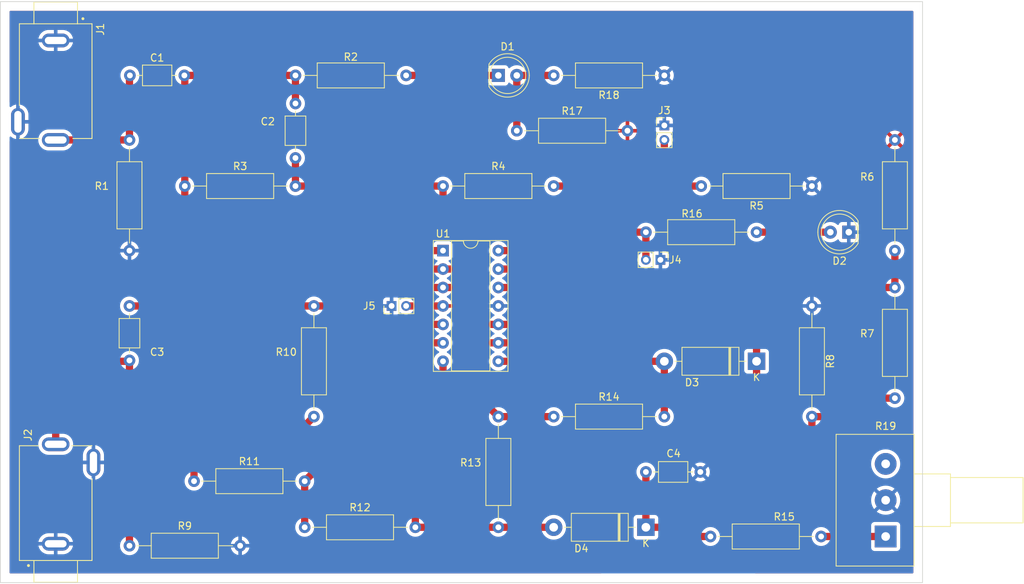
<source format=kicad_pcb>
(kicad_pcb (version 20221018) (generator pcbnew)
  (title_block (title "SDK-85 Cassette Interface") (date "2023-03-31") (company "ForNext"))
  (layers (0 "F.Cu" signal) (31 "B.Cu" signal) (34 "B.Paste" user) (35 "F.Paste" user) (36 "B.SilkS" user "B.Silkscreen") (37 "F.SilkS" user "F.Silkscreen") (38 "B.Mask" user) (39 "F.Mask" user) (44 "Edge.Cuts" user))
  (net 0 "")
  (net 1 "Net-(C1-Pad1)")
  (net 2 "Net-(C1-Pad2)")
  (net 3 "Net-(U1A--)")
  (net 4 "Net-(C3-Pad1)")
  (net 5 "Net-(U1B-+)")
  (net 6 "GND")
  (net 7 "Net-(D3-K)")
  (net 8 "Net-(D1-A)")
  (net 9 "Net-(D2-A)")
  (net 10 "Net-(D3-A)")
  (net 11 "Net-(D4-A)")
  (net 12 "SOD")
  (net 13 "+5V")
  (net 14 "Net-(U1D--)")
  (net 15 "Net-(U1A-+)")
  (net 16 "Net-(U1B--)")
  (net 17 "Net-(U1C--)")
  (net 18 "SID")
  (net 19 "Net-(D1-K)")
  (net 20 "Net-(R15-Pad2)")
  (footprint "Resistor_THT:R_Axial_DIN0309_L9.0mm_D3.2mm_P15.24mm_Horizontal" (layer "F.Cu") (at 113.03 88.9)
    (fp_text reference "R15" (at 10.16 -2.72) (layer "F.SilkS"))
    (fp_text value "1K")
    (fp_line (start 1.04 0) (end 3 0) (stroke (width 0.12)) (layer "F.SilkS"))
    (fp_line (start 3 -1.72) (end 3 1.72) (stroke (width 0.12)) (layer "F.SilkS"))
    (fp_line (start 3 1.72) (end 12.24 1.72) (stroke (width 0.12)) (layer "F.SilkS"))
    (fp_line (start 12.24 -1.72) (end 3 -1.72) (stroke (width 0.12)) (layer "F.SilkS"))
    (fp_line (start 12.24 1.72) (end 12.24 -1.72) (stroke (width 0.12)) (layer "F.SilkS"))
    (fp_line (start 14.2 0) (end 12.24 0) (stroke (width 0.12)) (layer "F.SilkS"))
    (pad "1" thru_hole circle (at 0 0) (size 1.6 1.6) (drill 0.8) (layers "*.Cu" "*.Mask") (net 7 "Net-(D3-K)"))
    (pad "2" thru_hole oval (at 15.24 0) (size 1.6 1.6) (drill 0.8) (layers "*.Cu" "*.Mask") (net 20 "Net-(R15-Pad2)"))
  )
  (footprint "Resistor_THT:R_Axial_DIN0309_L9.0mm_D3.2mm_P15.24mm_Horizontal" (layer "F.Cu") (at 127 40.64 180)
    (fp_text reference "R5" (at 7.62 -2.72) (layer "F.SilkS"))
    (fp_text value "10K")
    (fp_line (start 1.04 0) (end 3 0) (stroke (width 0.12)) (layer "F.SilkS"))
    (fp_line (start 3 -1.72) (end 3 1.72) (stroke (width 0.12)) (layer "F.SilkS"))
    (fp_line (start 3 1.72) (end 12.24 1.72) (stroke (width 0.12)) (layer "F.SilkS"))
    (fp_line (start 12.24 -1.72) (end 3 -1.72) (stroke (width 0.12)) (layer "F.SilkS"))
    (fp_line (start 12.24 1.72) (end 12.24 -1.72) (stroke (width 0.12)) (layer "F.SilkS"))
    (fp_line (start 14.2 0) (end 12.24 0) (stroke (width 0.12)) (layer "F.SilkS"))
    (pad "1" thru_hole circle (at 0 0 180) (size 1.6 1.6) (drill 0.8) (layers "*.Cu" "*.Mask") (net 6 "GND"))
    (pad "2" thru_hole oval (at 15.24 0 180) (size 1.6 1.6) (drill 0.8) (layers "*.Cu" "*.Mask") (net 12 "SOD"))
  )
  (footprint "Diode_THT:D_DO-15_P12.70mm_Horizontal" (layer "F.Cu") (at 104.14 87.63 180)
    (fp_text reference "D4" (at 8.89 -2.92) (layer "F.SilkS"))
    (fp_text value "1N60")
    (fp_text user "K" (at 0 -2.2) (layer "F.SilkS"))
    (fp_line (start 1.44 0) (end 2.43 0) (stroke (width 0.12)) (layer "F.SilkS"))
    (fp_line (start 2.43 -1.92) (end 2.43 1.92) (stroke (width 0.12)) (layer "F.SilkS"))
    (fp_line (start 2.43 1.92) (end 10.27 1.92) (stroke (width 0.12)) (layer "F.SilkS"))
    (fp_line (start 3.57 -1.92) (end 3.57 1.92) (stroke (width 0.12)) (layer "F.SilkS"))
    (fp_line (start 3.69 -1.92) (end 3.69 1.92) (stroke (width 0.12)) (layer "F.SilkS"))
    (fp_line (start 3.81 -1.92) (end 3.81 1.92) (stroke (width 0.12)) (layer "F.SilkS"))
    (fp_line (start 10.27 -1.92) (end 2.43 -1.92) (stroke (width 0.12)) (layer "F.SilkS"))
    (fp_line (start 10.27 1.92) (end 10.27 -1.92) (stroke (width 0.12)) (layer "F.SilkS"))
    (fp_line (start 11.26 0) (end 10.27 0) (stroke (width 0.12)) (layer "F.SilkS"))
    (pad "1" thru_hole rect (at 0 0 180) (size 2.4 2.4) (drill 1.2) (layers "*.Cu" "*.Mask") (net 7 "Net-(D3-K)"))
    (pad "2" thru_hole oval (at 12.7 0 180) (size 2.4 2.4) (drill 1.2) (layers "*.Cu" "*.Mask") (net 11 "Net-(D4-A)"))
  )
  (footprint "Resistor_THT:R_Axial_DIN0309_L9.0mm_D3.2mm_P15.24mm_Horizontal" (layer "F.Cu") (at 91.44 72.39)
    (fp_text reference "R14" (at 7.62 -2.72) (layer "F.SilkS"))
    (fp_text value "10K")
    (fp_line (start 1.04 0) (end 3 0) (stroke (width 0.12)) (layer "F.SilkS"))
    (fp_line (start 3 -1.72) (end 3 1.72) (stroke (width 0.12)) (layer "F.SilkS"))
    (fp_line (start 3 1.72) (end 12.24 1.72) (stroke (width 0.12)) (layer "F.SilkS"))
    (fp_line (start 12.24 -1.72) (end 3 -1.72) (stroke (width 0.12)) (layer "F.SilkS"))
    (fp_line (start 12.24 1.72) (end 12.24 -1.72) (stroke (width 0.12)) (layer "F.SilkS"))
    (fp_line (start 14.2 0) (end 12.24 0) (stroke (width 0.12)) (layer "F.SilkS"))
    (pad "1" thru_hole circle (at 0 0) (size 1.6 1.6) (drill 0.8) (layers "*.Cu" "*.Mask") (net 17 "Net-(U1C--)"))
    (pad "2" thru_hole oval (at 15.24 0) (size 1.6 1.6) (drill 0.8) (layers "*.Cu" "*.Mask") (net 10 "Net-(D3-A)"))
  )
  (footprint "Potentiometer_THT:Potentiometer_Alps_RK163_Single_Horizontal" (layer "F.Cu") (at 137.16 88.9 180)
    (fp_text reference "R19" (at 0 15.2) (layer "F.SilkS"))
    (fp_text value "10K")
    (fp_line (start -18.92 8.12) (end -18.92 1.88) (stroke (width 0.12)) (layer "F.SilkS"))
    (fp_line (start -8.92 1.88) (end -18.92 1.88) (stroke (width 0.12)) (layer "F.SilkS"))
    (fp_line (start -8.92 8.12) (end -18.92 8.12) (stroke (width 0.12)) (layer "F.SilkS"))
    (fp_line (start -8.92 8.62) (end -8.92 1.38) (stroke (width 0.12)) (layer "F.SilkS"))
    (fp_line (start -3.92 1.38) (end -8.92 1.38) (stroke (width 0.12)) (layer "F.SilkS"))
    (fp_line (start -3.92 8.62) (end -8.92 8.62) (stroke (width 0.12)) (layer "F.SilkS"))
    (fp_line (start -3.92 14.07) (end -3.92 -4.07) (stroke (width 0.12)) (layer "F.SilkS"))
    (fp_line (start 6.82 -4.07) (end -3.92 -4.07) (stroke (width 0.12)) (layer "F.SilkS"))
    (fp_line (start 6.82 14.07) (end -3.92 14.07) (stroke (width 0.12)) (layer "F.SilkS"))
    (fp_line (start 6.82 14.07) (end 6.82 -4.07) (stroke (width 0.12)) (layer "F.SilkS"))
    (pad "1" thru_hole rect (at 0 0) (size 3 3) (drill 1.2) (layers "*.Cu" "*.Mask") (net 20 "Net-(R15-Pad2)"))
    (pad "2" thru_hole circle (at 0 5) (size 3 3) (drill 1.2) (layers "*.Cu" "*.Mask") (net 6 "GND"))
    (pad "3" thru_hole circle (at 0 10) (size 3 3) (drill 1.2) (layers "*.Cu" "*.Mask"))
  )
  (footprint "LED_THT:LED_D5.0mm" (layer "F.Cu") (at 132.08 46.99 180)
    (fp_text reference "D2" (at 1.27 -3.96) (layer "F.SilkS"))
    (fp_text value "LED")
    (fp_line (start -1.29 -1.545) (end -1.29 1.545) (stroke (width 0.12)) (layer "F.SilkS"))
    (fp_arc (start -1.29 -1.54483) (mid 2.072002 -2.880433) (end 4.26 0.000462) (stroke (width 0.12)) (layer "F.SilkS"))
    (fp_arc (start 4.26 -0.000462) (mid 2.072002 2.880433) (end -1.29 1.54483) (stroke (width 0.12)) (layer "F.SilkS"))
    (fp_circle (center 1.27 0) (end 3.77 0) (stroke (width 0.12)) (fill none) (layer "F.SilkS"))
    (pad "1" thru_hole rect (at 0 0 180) (size 1.8 1.8) (drill 0.9) (layers "*.Cu" "*.Mask") (net 6 "GND"))
    (pad "2" thru_hole circle (at 2.54 0 180) (size 1.8 1.8) (drill 0.9) (layers "*.Cu" "*.Mask") (net 9 "Net-(D2-A)"))
  )
  (footprint "Resistor_THT:R_Axial_DIN0309_L9.0mm_D3.2mm_P15.24mm_Horizontal" (layer "F.Cu") (at 127 72.39 90)
    (fp_text reference "R8" (at 7.62 2.54 90) (layer "F.SilkS"))
    (fp_text value "820")
    (fp_line (start 1.04 0) (end 3 0) (stroke (width 0.12)) (layer "F.SilkS"))
    (fp_line (start 3 -1.72) (end 3 1.72) (stroke (width 0.12)) (layer "F.SilkS"))
    (fp_line (start 3 1.72) (end 12.24 1.72) (stroke (width 0.12)) (layer "F.SilkS"))
    (fp_line (start 12.24 -1.72) (end 3 -1.72) (stroke (width 0.12)) (layer "F.SilkS"))
    (fp_line (start 12.24 1.72) (end 12.24 -1.72) (stroke (width 0.12)) (layer "F.SilkS"))
    (fp_line (start 14.2 0) (end 12.24 0) (stroke (width 0.12)) (layer "F.SilkS"))
    (pad "1" thru_hole circle (at 0 0 90) (size 1.6 1.6) (drill 0.8) (layers "*.Cu" "*.Mask") (net 15 "Net-(U1A-+)"))
    (pad "2" thru_hole oval (at 15.24 0 90) (size 1.6 1.6) (drill 0.8) (layers "*.Cu" "*.Mask") (net 6 "GND"))
  )
  (footprint "Resistor_THT:R_Axial_DIN0309_L9.0mm_D3.2mm_P15.24mm_Horizontal" (layer "F.Cu") (at 106.68 25.4 180)
    (fp_text reference "R18" (at 7.62 -2.72) (layer "F.SilkS"))
    (fp_text value "1K")
    (fp_line (start 1.04 0) (end 3 0) (stroke (width 0.12)) (layer "F.SilkS"))
    (fp_line (start 3 -1.72) (end 3 1.72) (stroke (width 0.12)) (layer "F.SilkS"))
    (fp_line (start 3 1.72) (end 12.24 1.72) (stroke (width 0.12)) (layer "F.SilkS"))
    (fp_line (start 12.24 -1.72) (end 3 -1.72) (stroke (width 0.12)) (layer "F.SilkS"))
    (fp_line (start 12.24 1.72) (end 12.24 -1.72) (stroke (width 0.12)) (layer "F.SilkS"))
    (fp_line (start 14.2 0) (end 12.24 0) (stroke (width 0.12)) (layer "F.SilkS"))
    (pad "1" thru_hole circle (at 0 0 180) (size 1.6 1.6) (drill 0.8) (layers "*.Cu" "*.Mask") (net 6 "GND"))
    (pad "2" thru_hole oval (at 15.24 0 180) (size 1.6 1.6) (drill 0.8) (layers "*.Cu" "*.Mask") (net 8 "Net-(D1-A)"))
  )
  (footprint "Capacitor_THT:C_Axial_L3.8mm_D2.6mm_P7.50mm_Horizontal" (layer "F.Cu") (at 55.88 29.27 -90)
    (fp_text reference "C2" (at 2.48 3.81 -180) (layer "F.SilkS"))
    (fp_text value "1n")
    (fp_line (start 1.04 0) (end 1.73 0) (stroke (width 0.12)) (layer "F.SilkS"))
    (fp_line (start 1.73 -1.42) (end 1.73 1.42) (stroke (width 0.12)) (layer "F.SilkS"))
    (fp_line (start 1.73 1.42) (end 5.77 1.42) (stroke (width 0.12)) (layer "F.SilkS"))
    (fp_line (start 5.77 -1.42) (end 1.73 -1.42) (stroke (width 0.12)) (layer "F.SilkS"))
    (fp_line (start 5.77 1.42) (end 5.77 -1.42) (stroke (width 0.12)) (layer "F.SilkS"))
    (fp_line (start 6.46 0) (end 5.77 0) (stroke (width 0.12)) (layer "F.SilkS"))
    (pad "1" thru_hole circle (at 0 0 270) (size 1.6 1.6) (drill 0.8) (layers "*.Cu" "*.Mask") (net 2 "Net-(C1-Pad2)"))
    (pad "2" thru_hole oval (at 7.5 0 270) (size 1.6 1.6) (drill 0.8) (layers "*.Cu" "*.Mask") (net 3 "Net-(U1A--)"))
  )
  (footprint "Resistor_THT:R_Axial_DIN0309_L9.0mm_D3.2mm_P15.24mm_Horizontal" (layer "F.Cu") (at 76.2 40.64)
    (fp_text reference "R4" (at 7.62 -2.72) (layer "F.SilkS"))
    (fp_text value "20K")
    (fp_line (start 1.04 0) (end 3 0) (stroke (width 0.12)) (layer "F.SilkS"))
    (fp_line (start 3 -1.72) (end 3 1.72) (stroke (width 0.12)) (layer "F.SilkS"))
    (fp_line (start 3 1.72) (end 12.24 1.72) (stroke (width 0.12)) (layer "F.SilkS"))
    (fp_line (start 12.24 -1.72) (end 3 -1.72) (stroke (width 0.12)) (layer "F.SilkS"))
    (fp_line (start 12.24 1.72) (end 12.24 -1.72) (stroke (width 0.12)) (layer "F.SilkS"))
    (fp_line (start 14.2 0) (end 12.24 0) (stroke (width 0.12)) (layer "F.SilkS"))
    (pad "1" thru_hole circle (at 0 0) (size 1.6 1.6) (drill 0.8) (layers "*.Cu" "*.Mask") (net 3 "Net-(U1A--)"))
    (pad "2" thru_hole oval (at 15.24 0) (size 1.6 1.6) (drill 0.8) (layers "*.Cu" "*.Mask") (net 12 "SOD"))
  )
  (footprint "Resistor_THT:R_Axial_DIN0309_L9.0mm_D3.2mm_P15.24mm_Horizontal" (layer "F.Cu") (at 40.64 40.64)
    (fp_text reference "R3" (at 7.62 -2.72) (layer "F.SilkS"))
    (fp_text value "10K")
    (fp_line (start 1.04 0) (end 3 0) (stroke (width 0.12)) (layer "F.SilkS"))
    (fp_line (start 3 -1.72) (end 3 1.72) (stroke (width 0.12)) (layer "F.SilkS"))
    (fp_line (start 3 1.72) (end 12.24 1.72) (stroke (width 0.12)) (layer "F.SilkS"))
    (fp_line (start 12.24 -1.72) (end 3 -1.72) (stroke (width 0.12)) (layer "F.SilkS"))
    (fp_line (start 12.24 1.72) (end 12.24 -1.72) (stroke (width 0.12)) (layer "F.SilkS"))
    (fp_line (start 14.2 0) (end 12.24 0) (stroke (width 0.12)) (layer "F.SilkS"))
    (pad "1" thru_hole circle (at 0 0) (size 1.6 1.6) (drill 0.8) (layers "*.Cu" "*.Mask") (net 2 "Net-(C1-Pad2)"))
    (pad "2" thru_hole oval (at 15.24 0) (size 1.6 1.6) (drill 0.8) (layers "*.Cu" "*.Mask") (net 3 "Net-(U1A--)"))
  )
  (footprint "Resistor_THT:R_Axial_DIN0309_L9.0mm_D3.2mm_P15.24mm_Horizontal" (layer "F.Cu") (at 83.82 87.63 90)
    (fp_text reference "R13" (at 8.89 -3.81 180) (layer "F.SilkS"))
    (fp_text value "10K")
    (fp_line (start 1.04 0) (end 3 0) (stroke (width 0.12)) (layer "F.SilkS"))
    (fp_line (start 3 -1.72) (end 3 1.72) (stroke (width 0.12)) (layer "F.SilkS"))
    (fp_line (start 3 1.72) (end 12.24 1.72) (stroke (width 0.12)) (layer "F.SilkS"))
    (fp_line (start 12.24 -1.72) (end 3 -1.72) (stroke (width 0.12)) (layer "F.SilkS"))
    (fp_line (start 12.24 1.72) (end 12.24 -1.72) (stroke (width 0.12)) (layer "F.SilkS"))
    (fp_line (start 14.2 0) (end 12.24 0) (stroke (width 0.12)) (layer "F.SilkS"))
    (pad "1" thru_hole circle (at 0 0 90) (size 1.6 1.6) (drill 0.8) (layers "*.Cu" "*.Mask") (net 11 "Net-(D4-A)"))
    (pad "2" thru_hole oval (at 15.24 0 90) (size 1.6 1.6) (drill 0.8) (layers "*.Cu" "*.Mask") (net 17 "Net-(U1C--)"))
  )
  (footprint "CassetteSDK-85:CUI_MJ-3536N" (layer "F.Cu") (at 22.86 84.3 90)
    (fp_text reference "J2" (at 9.37 -3.81 90) (layer "F.SilkS") (effects (font (size 1.00137 1.00137))))
    (fp_text value "MJ-3536N")
    (fp_line (start -10.9 -3) (end -10.9 3) (stroke (width 0.127)) (layer "F.SilkS"))
    (fp_line (start -10.9 3) (end -7.9 3) (stroke (width 0.127)) (layer "F.SilkS"))
    (fp_line (start -7.9 -5) (end -7.9 -3) (stroke (width 0.127)) (layer "F.SilkS"))
    (fp_line (start -7.9 -5) (end 7.9 -5) (stroke (width 0.127)) (layer "F.SilkS"))
    (fp_line (start -7.9 -3) (end -10.9 -3) (stroke (width 0.127)) (layer "F.SilkS"))
    (fp_line (start -7.9 -3) (end -7.9 3) (stroke (width 0.127)) (layer "F.SilkS"))
    (fp_line (start -7.9 3) (end -7.9 5) (stroke (width 0.127)) (layer "F.SilkS"))
    (fp_line (start -7.9 5) (end 3.35 5) (stroke (width 0.127)) (layer "F.SilkS"))
    (fp_line (start 7.9 -5) (end 7.9 -2.35) (stroke (width 0.127)) (layer "F.SilkS"))
    (fp_line (start 7.9 5) (end 7.9 2.2) (stroke (width 0.127)) (layer "F.SilkS"))
    (fp_circle (center -8.6 -3.75) (end -8.5 -3.75) (stroke (width 0.2)) (fill none) (layer "F.SilkS"))
    (pad "1" thru_hole oval (at -5.6 0 90) (size 1.9 3.8) (drill oval 1 3) (layers "*.Cu" "*.Mask") (net 6 "GND"))
    (pad "2" thru_hole oval (at 8.1 0 90) (size 1.9 3.8) (drill oval 1 3) (layers "*.Cu" "*.Mask") (net 4 "Net-(C3-Pad1)"))
    (pad "3" thru_hole oval (at 5.6 5.2 90) (size 3.8 1.9) (drill oval 3 1) (layers "*.Cu" "*.Mask") (net 6 "GND"))
  )
  (footprint "Connector_PinHeader_2.00mm:PinHeader_1x02_P2.00mm_Vertical" (layer "F.Cu") (at 106.14 50.8 -90)
    (fp_text reference "J4" (at 0 -2.06 -180) (layer "F.SilkS"))
    (fp_text value "SID")
    (fp_line (start -1.06 -1.06) (end 0 -1.06) (stroke (width 0.12)) (layer "F.SilkS"))
    (fp_line (start -1.06 0) (end -1.06 -1.06) (stroke (width 0.12)) (layer "F.SilkS"))
    (fp_line (start -1.06 1) (end -1.06 3.06) (stroke (width 0.12)) (layer "F.SilkS"))
    (fp_line (start -1.06 1) (end 1.06 1) (stroke (width 0.12)) (layer "F.SilkS"))
    (fp_line (start -1.06 3.06) (end 1.06 3.06) (stroke (width 0.12)) (layer "F.SilkS"))
    (fp_line (start 1.06 1) (end 1.06 3.06) (stroke (width 0.12)) (layer "F.SilkS"))
    (pad "1" thru_hole rect (at 0 0 270) (size 1.35 1.35) (drill 0.8) (layers "*.Cu" "*.Mask") (net 6 "GND"))
    (pad "2" thru_hole oval (at 0 2 270) (size 1.35 1.35) (drill 0.8) (layers "*.Cu" "*.Mask") (net 18 "SID"))
  )
  (footprint "Resistor_THT:R_Axial_DIN0309_L9.0mm_D3.2mm_P15.24mm_Horizontal" (layer "F.Cu") (at 41.91 81.28)
    (fp_text reference "R11" (at 7.62 -2.72) (layer "F.SilkS"))
    (fp_text value "10K")
    (fp_line (start 1.04 0) (end 3 0) (stroke (width 0.12)) (layer "F.SilkS"))
    (fp_line (start 3 -1.72) (end 3 1.72) (stroke (width 0.12)) (layer "F.SilkS"))
    (fp_line (start 3 1.72) (end 12.24 1.72) (stroke (width 0.12)) (layer "F.SilkS"))
    (fp_line (start 12.24 -1.72) (end 3 -1.72) (stroke (width 0.12)) (layer "F.SilkS"))
    (fp_line (start 12.24 1.72) (end 12.24 -1.72) (stroke (width 0.12)) (layer "F.SilkS"))
    (fp_line (start 14.2 0) (end 12.24 0) (stroke (width 0.12)) (layer "F.SilkS"))
    (pad "1" thru_hole circle (at 0 0) (size 1.6 1.6) (drill 0.8) (layers "*.Cu" "*.Mask") (net 15 "Net-(U1A-+)"))
    (pad "2" thru_hole oval (at 15.24 0) (size 1.6 1.6) (drill 0.8) (layers "*.Cu" "*.Mask") (net 16 "Net-(U1B--)"))
  )
  (footprint "Resistor_THT:R_Axial_DIN0309_L9.0mm_D3.2mm_P15.24mm_Horizontal" (layer "F.Cu") (at 138.43 34.29 -90)
    (fp_text reference "R6" (at 5.08 3.81 -180) (layer "F.SilkS"))
    (fp_text value "1K")
    (fp_line (start 1.04 0) (end 3 0) (stroke (width 0.12)) (layer "F.SilkS"))
    (fp_line (start 3 -1.72) (end 3 1.72) (stroke (width 0.12)) (layer "F.SilkS"))
    (fp_line (start 3 1.72) (end 12.24 1.72) (stroke (width 0.12)) (layer "F.SilkS"))
    (fp_line (start 12.24 -1.72) (end 3 -1.72) (stroke (width 0.12)) (layer "F.SilkS"))
    (fp_line (start 12.24 1.72) (end 12.24 -1.72) (stroke (width 0.12)) (layer "F.SilkS"))
    (fp_line (start 14.2 0) (end 12.24 0) (stroke (width 0.12)) (layer "F.SilkS"))
    (pad "1" thru_hole circle (at 0 0 270) (size 1.6 1.6) (drill 0.8) (layers "*.Cu" "*.Mask") (net 13 "+5V"))
    (pad "2" thru_hole oval (at 15.24 0 270) (size 1.6 1.6) (drill 0.8) (layers "*.Cu" "*.Mask") (net 14 "Net-(U1D--)"))
  )
  (footprint "Capacitor_THT:C_Axial_L3.8mm_D2.6mm_P7.50mm_Horizontal" (layer "F.Cu") (at 33.02 64.65 90)
    (fp_text reference "C3" (at 1.15 3.81 180) (layer "F.SilkS"))
    (fp_text value "100n")
    (fp_line (start 1.04 0) (end 1.73 0) (stroke (width 0.12)) (layer "F.SilkS"))
    (fp_line (start 1.73 -1.42) (end 1.73 1.42) (stroke (width 0.12)) (layer "F.SilkS"))
    (fp_line (start 1.73 1.42) (end 5.77 1.42) (stroke (width 0.12)) (layer "F.SilkS"))
    (fp_line (start 5.77 -1.42) (end 1.73 -1.42) (stroke (width 0.12)) (layer "F.SilkS"))
    (fp_line (start 5.77 1.42) (end 5.77 -1.42) (stroke (width 0.12)) (layer "F.SilkS"))
    (fp_line (start 6.46 0) (end 5.77 0) (stroke (width 0.12)) (layer "F.SilkS"))
    (pad "1" thru_hole circle (at 0 0 90) (size 1.6 1.6) (drill 0.8) (layers "*.Cu" "*.Mask") (net 4 "Net-(C3-Pad1)"))
    (pad "2" thru_hole oval (at 7.5 0 90) (size 1.6 1.6) (drill 0.8) (layers "*.Cu" "*.Mask") (net 5 "Net-(U1B-+)"))
  )
  (footprint "Resistor_THT:R_Axial_DIN0309_L9.0mm_D3.2mm_P15.24mm_Horizontal" (layer "F.Cu") (at 33.02 34.29 -90)
    (fp_text reference "R1" (at 6.35 3.81 -180) (layer "F.SilkS"))
    (fp_text value "1K")
    (fp_line (start 1.04 0) (end 3 0) (stroke (width 0.12)) (layer "F.SilkS"))
    (fp_line (start 3 -1.72) (end 3 1.72) (stroke (width 0.12)) (layer "F.SilkS"))
    (fp_line (start 3 1.72) (end 12.24 1.72) (stroke (width 0.12)) (layer "F.SilkS"))
    (fp_line (start 12.24 -1.72) (end 3 -1.72) (stroke (width 0.12)) (layer "F.SilkS"))
    (fp_line (start 12.24 1.72) (end 12.24 -1.72) (stroke (width 0.12)) (layer "F.SilkS"))
    (fp_line (start 14.2 0) (end 12.24 0) (stroke (width 0.12)) (layer "F.SilkS"))
    (pad "1" thru_hole circle (at 0 0 270) (size 1.6 1.6) (drill 0.8) (layers "*.Cu" "*.Mask") (net 1 "Net-(C1-Pad1)"))
    (pad "2" thru_hole oval (at 15.24 0 270) (size 1.6 1.6) (drill 0.8) (layers "*.Cu" "*.Mask") (net 6 "GND"))
  )
  (footprint "Resistor_THT:R_Axial_DIN0309_L9.0mm_D3.2mm_P15.24mm_Horizontal" (layer "F.Cu") (at 33.02 90.17)
    (fp_text reference "R9" (at 7.62 -2.72) (layer "F.SilkS"))
    (fp_text value "1K")
    (fp_line (start 1.04 0) (end 3 0) (stroke (width 0.12)) (layer "F.SilkS"))
    (fp_line (start 3 -1.72) (end 3 1.72) (stroke (width 0.12)) (layer "F.SilkS"))
    (fp_line (start 3 1.72) (end 12.24 1.72) (stroke (width 0.12)) (layer "F.SilkS"))
    (fp_line (start 12.24 -1.72) (end 3 -1.72) (stroke (width 0.12)) (layer "F.SilkS"))
    (fp_line (start 12.24 1.72) (end 12.24 -1.72) (stroke (width 0.12)) (layer "F.SilkS"))
    (fp_line (start 14.2 0) (end 12.24 0) (stroke (width 0.12)) (layer "F.SilkS"))
    (pad "1" thru_hole circle (at 0 0) (size 1.6 1.6) (drill 0.8) (layers "*.Cu" "*.Mask") (net 4 "Net-(C3-Pad1)"))
    (pad "2" thru_hole oval (at 15.24 0) (size 1.6 1.6) (drill 0.8) (layers "*.Cu" "*.Mask") (net 6 "GND"))
  )
  (footprint "Package_DIP:DIP-14_W7.62mm_Socket" (layer "F.Cu") (at 76.2 49.53)
    (fp_text reference "U1" (at 0 -2.33) (layer "F.SilkS"))
    (fp_text value "LM324A")
    (fp_line (start -1.33 -1.39) (end -1.33 16.63) (stroke (width 0.12)) (layer "F.SilkS"))
    (fp_line (start -1.33 16.63) (end 8.95 16.63) (stroke (width 0.12)) (layer "F.SilkS"))
    (fp_line (start 1.16 -1.33) (end 1.16 16.57) (stroke (width 0.12)) (layer "F.SilkS"))
    (fp_line (start 1.16 16.57) (end 6.46 16.57) (stroke (width 0.12)) (layer "F.SilkS"))
    (fp_line (start 2.81 -1.33) (end 1.16 -1.33) (stroke (width 0.12)) (layer "F.SilkS"))
    (fp_line (start 6.46 -1.33) (end 4.81 -1.33) (stroke (width 0.12)) (layer "F.SilkS"))
    (fp_line (start 6.46 16.57) (end 6.46 -1.33) (stroke (width 0.12)) (layer "F.SilkS"))
    (fp_line (start 8.95 -1.39) (end -1.33 -1.39) (stroke (width 0.12)) (layer "F.SilkS"))
    (fp_line (start 8.95 16.63) (end 8.95 -1.39) (stroke (width 0.12)) (layer "F.SilkS"))
    (fp_arc (start 4.81 -1.33) (mid 3.81 -0.33) (end 2.81 -1.33) (stroke (width 0.12)) (layer "F.SilkS"))
    (pad "1" thru_hole rect (at 0 0) (size 1.6 1.6) (drill 0.8) (layers "*.Cu" "*.Mask") (net 2 "Net-(C1-Pad2)"))
    (pad "2" thru_hole oval (at 0 2.54) (size 1.6 1.6) (drill 0.8) (layers "*.Cu" "*.Mask") (net 3 "Net-(U1A--)"))
    (pad "3" thru_hole oval (at 0 5.08) (size 1.6 1.6) (drill 0.8) (layers "*.Cu" "*.Mask") (net 15 "Net-(U1A-+)"))
    (pad "4" thru_hole oval (at 0 7.62) (size 1.6 1.6) (drill 0.8) (layers "*.Cu" "*.Mask") (net 13 "+5V"))
    (pad "5" thru_hole oval (at 0 10.16) (size 1.6 1.6) (drill 0.8) (layers "*.Cu" "*.Mask") (net 5 "Net-(U1B-+)"))
    (pad "6" thru_hole oval (at 0 12.7) (size 1.6 1.6) (drill 0.8) (layers "*.Cu" "*.Mask") (net 16 "Net-(U1B--)"))
    (pad "7" thru_hole oval (at 0 15.24) (size 1.6 1.6) (drill 0.8) (layers "*.Cu" "*.Mask") (net 11 "Net-(D4-A)"))
    (pad "8" thru_hole oval (at 7.62 15.24) (size 1.6 1.6) (drill 0.8) (layers "*.Cu" "*.Mask") (net 10 "Net-(D3-A)"))
    (pad "9" thru_hole oval (at 7.62 12.7) (size 1.6 1.6) (drill 0.8) (layers "*.Cu" "*.Mask") (net 17 "Net-(U1C--)"))
    (pad "10" thru_hole oval (at 7.62 10.16) (size 1.6 1.6) (drill 0.8) (layers "*.Cu" "*.Mask") (net 15 "Net-(U1A-+)"))
    (pad "11" thru_hole oval (at 7.62 7.62) (size 1.6 1.6) (drill 0.8) (layers "*.Cu" "*.Mask") (net 6 "GND"))
    (pad "12" thru_hole oval (at 7.62 5.08) (size 1.6 1.6) (drill 0.8) (layers "*.Cu" "*.Mask") (net 7 "Net-(D3-K)"))
    (pad "13" thru_hole oval (at 7.62 2.54) (size 1.6 1.6) (drill 0.8) (layers "*.Cu" "*.Mask") (net 14 "Net-(U1D--)"))
    (pad "14" thru_hole oval (at 7.62 0) (size 1.6 1.6) (drill 0.8) (layers "*.Cu" "*.Mask") (net 18 "SID"))
  )
  (footprint "Capacitor_THT:C_Axial_L3.8mm_D2.6mm_P7.50mm_Horizontal" (layer "F.Cu") (at 111.64 80.01 180)
    (fp_text reference "C4" (at 3.69 2.54) (layer "F.SilkS"))
    (fp_text value "100n")
    (fp_line (start 1.04 0) (end 1.73 0) (stroke (width 0.12)) (layer "F.SilkS"))
    (fp_line (start 1.73 -1.42) (end 1.73 1.42) (stroke (width 0.12)) (layer "F.SilkS"))
    (fp_line (start 1.73 1.42) (end 5.77 1.42) (stroke (width 0.12)) (layer "F.SilkS"))
    (fp_line (start 5.77 -1.42) (end 1.73 -1.42) (stroke (width 0.12)) (layer "F.SilkS"))
    (fp_line (start 5.77 1.42) (end 5.77 -1.42) (stroke (width 0.12)) (layer "F.SilkS"))
    (fp_line (start 6.46 0) (end 5.77 0) (stroke (width 0.12)) (layer "F.SilkS"))
    (pad "1" thru_hole circle (at 0 0 180) (size 1.6 1.6) (drill 0.8) (layers "*.Cu" "*.Mask") (net 6 "GND"))
    (pad "2" thru_hole oval (at 7.5 0 180) (size 1.6 1.6) (drill 0.8) (layers "*.Cu" "*.Mask") (net 7 "Net-(D3-K)"))
  )
  (footprint "Resistor_THT:R_Axial_DIN0309_L9.0mm_D3.2mm_P15.24mm_Horizontal" (layer "F.Cu") (at 104.14 46.99)
    (fp_text reference "R16" (at 6.35 -2.54) (layer "F.SilkS"))
    (fp_text value "330")
    (fp_line (start 1.04 0) (end 3 0) (stroke (width 0.12)) (layer "F.SilkS"))
    (fp_line (start 3 -1.72) (end 3 1.72) (stroke (width 0.12)) (layer "F.SilkS"))
    (fp_line (start 3 1.72) (end 12.24 1.72) (stroke (width 0.12)) (layer "F.SilkS"))
    (fp_line (start 12.24 -1.72) (end 3 -1.72) (stroke (width 0.12)) (layer "F.SilkS"))
    (fp_line (start 12.24 1.72) (end 12.24 -1.72) (stroke (width 0.12)) (layer "F.SilkS"))
    (fp_line (start 14.2 0) (end 12.24 0) (stroke (width 0.12)) (layer "F.SilkS"))
    (pad "1" thru_hole circle (at 0 0) (size 1.6 1.6) (drill 0.8) (layers "*.Cu" "*.Mask") (net 18 "SID"))
    (pad "2" thru_hole oval (at 15.24 0) (size 1.6 1.6) (drill 0.8) (layers "*.Cu" "*.Mask") (net 9 "Net-(D2-A)"))
  )
  (footprint "Connector_PinHeader_2.00mm:PinHeader_1x02_P2.00mm_Vertical" (layer "F.Cu") (at 106.68 32.29)
    (fp_text reference "J3" (at 0 -2.06) (layer "F.SilkS"))
    (fp_text value "SOD")
    (fp_line (start -1.06 -1.06) (end 0 -1.06) (stroke (width 0.12)) (layer "F.SilkS"))
    (fp_line (start -1.06 0) (end -1.06 -1.06) (stroke (width 0.12)) (layer "F.SilkS"))
    (fp_line (start -1.06 1) (end -1.06 3.06) (stroke (width 0.12)) (layer "F.SilkS"))
    (fp_line (start -1.06 1) (end 1.06 1) (stroke (width 0.12)) (layer "F.SilkS"))
    (fp_line (start -1.06 3.06) (end 1.06 3.06) (stroke (width 0.12)) (layer "F.SilkS"))
    (fp_line (start 1.06 1) (end 1.06 3.06) (stroke (width 0.12)) (layer "F.SilkS"))
    (pad "1" thru_hole rect (at 0 0) (size 1.35 1.35) (drill 0.8) (layers "*.Cu" "*.Mask") (net 6 "GND"))
    (pad "2" thru_hole oval (at 0 2) (size 1.35 1.35) (drill 0.8) (layers "*.Cu" "*.Mask") (net 12 "SOD"))
  )
  (footprint "Resistor_THT:R_Axial_DIN0309_L9.0mm_D3.2mm_P15.24mm_Horizontal" (layer "F.Cu") (at 57.15 87.63)
    (fp_text reference "R12" (at 7.62 -2.72) (layer "F.SilkS"))
    (fp_text value "10K")
    (fp_line (start 1.04 0) (end 3 0) (stroke (width 0.12)) (layer "F.SilkS"))
    (fp_line (start 3 -1.72) (end 3 1.72) (stroke (width 0.12)) (layer "F.SilkS"))
    (fp_line (start 3 1.72) (end 12.24 1.72) (stroke (width 0.12)) (layer "F.SilkS"))
    (fp_line (start 12.24 -1.72) (end 3 -1.72) (stroke (width 0.12)) (layer "F.SilkS"))
    (fp_line (start 12.24 1.72) (end 12.24 -1.72) (stroke (width 0.12)) (layer "F.SilkS"))
    (fp_line (start 14.2 0) (end 12.24 0) (stroke (width 0.12)) (layer "F.SilkS"))
    (pad "1" thru_hole circle (at 0 0) (size 1.6 1.6) (drill 0.8) (layers "*.Cu" "*.Mask") (net 16 "Net-(U1B--)"))
    (pad "2" thru_hole oval (at 15.24 0) (size 1.6 1.6) (drill 0.8) (layers "*.Cu" "*.Mask") (net 11 "Net-(D4-A)"))
  )
  (footprint "Resistor_THT:R_Axial_DIN0309_L9.0mm_D3.2mm_P15.24mm_Horizontal" (layer "F.Cu") (at 58.42 72.39 90)
    (fp_text reference "R10" (at 8.89 -3.81 180) (layer "F.SilkS"))
    (fp_text value "1M")
    (fp_line (start 1.04 0) (end 3 0) (stroke (width 0.12)) (layer "F.SilkS"))
    (fp_line (start 3 -1.72) (end 3 1.72) (stroke (width 0.12)) (layer "F.SilkS"))
    (fp_line (start 3 1.72) (end 12.24 1.72) (stroke (width 0.12)) (layer "F.SilkS"))
    (fp_line (start 12.24 -1.72) (end 3 -1.72) (stroke (width 0.12)) (layer "F.SilkS"))
    (fp_line (start 12.24 1.72) (end 12.24 -1.72) (stroke (width 0.12)) (layer "F.SilkS"))
    (fp_line (start 14.2 0) (end 12.24 0) (stroke (width 0.12)) (layer "F.SilkS"))
    (pad "1" thru_hole circle (at 0 0 90) (size 1.6 1.6) (drill 0.8) (layers "*.Cu" "*.Mask") (net 15 "Net-(U1A-+)"))
    (pad "2" thru_hole oval (at 15.24 0 90) (size 1.6 1.6) (drill 0.8) (layers "*.Cu" "*.Mask") (net 5 "Net-(U1B-+)"))
  )
  (footprint "LED_THT:LED_D5.0mm" (layer "F.Cu") (at 83.82 25.4)
    (fp_text reference "D1" (at 1.27 -3.96) (layer "F.SilkS"))
    (fp_text value "LED")
    (fp_line (start -1.29 -1.545) (end -1.29 1.545) (stroke (width 0.12)) (layer "F.SilkS"))
    (fp_arc (start -1.29 -1.54483) (mid 2.072002 -2.880433) (end 4.26 0.000462) (stroke (width 0.12)) (layer "F.SilkS"))
    (fp_arc (start 4.26 -0.000462) (mid 2.072002 2.880433) (end -1.29 1.54483) (stroke (width 0.12)) (layer "F.SilkS"))
    (fp_circle (center 1.27 0) (end 3.77 0) (stroke (width 0.12)) (fill none) (layer "F.SilkS"))
    (pad "1" thru_hole rect (at 0 0) (size 1.8 1.8) (drill 0.9) (layers "*.Cu" "*.Mask") (net 19 "Net-(D1-K)"))
    (pad "2" thru_hole circle (at 2.54 0) (size 1.8 1.8) (drill 0.9) (layers "*.Cu" "*.Mask") (net 8 "Net-(D1-A)"))
  )
  (footprint "Resistor_THT:R_Axial_DIN0309_L9.0mm_D3.2mm_P15.24mm_Horizontal" (layer "F.Cu") (at 86.36 33.02)
    (fp_text reference "R17" (at 7.62 -2.72) (layer "F.SilkS"))
    (fp_text value "100")
    (fp_line (start 1.04 0) (end 3 0) (stroke (width 0.12)) (layer "F.SilkS"))
    (fp_line (start 3 -1.72) (end 3 1.72) (stroke (width 0.12)) (layer "F.SilkS"))
    (fp_line (start 3 1.72) (end 12.24 1.72) (stroke (width 0.12)) (layer "F.SilkS"))
    (fp_line (start 12.24 -1.72) (end 3 -1.72) (stroke (width 0.12)) (layer "F.SilkS"))
    (fp_line (start 12.24 1.72) (end 12.24 -1.72) (stroke (width 0.12)) (layer "F.SilkS"))
    (fp_line (start 14.2 0) (end 12.24 0) (stroke (width 0.12)) (layer "F.SilkS"))
    (pad "1" thru_hole circle (at 0 0) (size 1.6 1.6) (drill 0.8) (layers "*.Cu" "*.Mask") (net 8 "Net-(D1-A)"))
    (pad "2" thru_hole oval (at 15.24 0) (size 1.6 1.6) (drill 0.8) (layers "*.Cu" "*.Mask") (net 13 "+5V"))
  )
  (footprint "CassetteSDK-85:CUI_MJ-3536N" (layer "F.Cu") (at 22.86 26.19 -90)
    (fp_text reference "J1" (at -7.14 -6.14342 -90) (layer "F.SilkS") (effects (font (size 1.00137 1.00137))))
    (fp_text value "MJ-3536N")
    (fp_line (start -10.9 -3) (end -10.9 3) (stroke (width 0.127)) (layer "F.SilkS"))
    (fp_line (start -10.9 3) (end -7.9 3) (stroke (width 0.127)) (layer "F.SilkS"))
    (fp_line (start -7.9 -5) (end -7.9 -3) (stroke (width 0.127)) (layer "F.SilkS"))
    (fp_line (start -7.9 -5) (end 7.9 -5) (stroke (width 0.127)) (layer "F.SilkS"))
    (fp_line (start -7.9 -3) (end -10.9 -3) (stroke (width 0.127)) (layer "F.SilkS"))
    (fp_line (start -7.9 -3) (end -7.9 3) (stroke (width 0.127)) (layer "F.SilkS"))
    (fp_line (start -7.9 3) (end -7.9 5) (stroke (width 0.127)) (layer "F.SilkS"))
    (fp_line (start -7.9 5) (end 3.35 5) (stroke (width 0.127)) (layer "F.SilkS"))
    (fp_line (start 7.9 -5) (end 7.9 -2.35) (stroke (width 0.127)) (layer "F.SilkS"))
    (fp_line (start 7.9 5) (end 7.9 2.2) (stroke (width 0.127)) (layer "F.SilkS"))
    (fp_circle (center -8.6 -3.75) (end -8.5 -3.75) (stroke (width 0.2)) (fill none) (layer "F.SilkS"))
    (pad "1" thru_hole oval (at -5.6 0 270) (size 1.9 3.8) (drill oval 1 3) (layers "*.Cu" "*.Mask") (net 6 "GND"))
    (pad "2" thru_hole oval (at 8.1 0 270) (size 1.9 3.8) (drill oval 1 3) (layers "*.Cu" "*.Mask") (net 1 "Net-(C1-Pad1)"))
    (pad "3" thru_hole oval (at 5.6 5.2 270) (size 3.8 1.9) (drill oval 3 1) (layers "*.Cu" "*.Mask") (net 6 "GND"))
  )
  (footprint "Connector_PinHeader_2.00mm:PinHeader_1x02_P2.00mm_Vertical" (layer "F.Cu") (at 69.12 57.15 90)
    (fp_text reference "J5" (at 0 -3.08 180) (layer "F.SilkS"))
    (fp_text value "Power")
    (fp_line (start -1.06 -1.06) (end 0 -1.06) (stroke (width 0.12)) (layer "F.SilkS"))
    (fp_line (start -1.06 0) (end -1.06 -1.06) (stroke (width 0.12)) (layer "F.SilkS"))
    (fp_line (start -1.06 1) (end -1.06 3.06) (stroke (width 0.12)) (layer "F.SilkS"))
    (fp_line (start -1.06 1) (end 1.06 1) (stroke (width 0.12)) (layer "F.SilkS"))
    (fp_line (start -1.06 3.06) (end 1.06 3.06) (stroke (width 0.12)) (layer "F.SilkS"))
    (fp_line (start 1.06 1) (end 1.06 3.06) (stroke (width 0.12)) (layer "F.SilkS"))
    (pad "1" thru_hole rect (at 0 0 90) (size 1.35 1.35) (drill 0.8) (layers "*.Cu" "*.Mask") (net 6 "GND"))
    (pad "2" thru_hole oval (at 0 2 90) (size 1.35 1.35) (drill 0.8) (layers "*.Cu" "*.Mask") (net 13 "+5V"))
  )
  (footprint "Diode_THT:D_DO-15_P12.70mm_Horizontal" (layer "F.Cu") (at 119.38 64.77 180)
    (fp_text reference "D3" (at 8.89 -2.92) (layer "F.SilkS"))
    (fp_text value "1N60")
    (fp_text user "K" (at 0 -2.2) (layer "F.SilkS"))
    (fp_line (start 1.44 0) (end 2.43 0) (stroke (width 0.12)) (layer "F.SilkS"))
    (fp_line (start 2.43 -1.92) (end 2.43 1.92) (stroke (width 0.12)) (layer "F.SilkS"))
    (fp_line (start 2.43 1.92) (end 10.27 1.92) (stroke (width 0.12)) (layer "F.SilkS"))
    (fp_line (start 3.57 -1.92) (end 3.57 1.92) (stroke (width 0.12)) (layer "F.SilkS"))
    (fp_line (start 3.69 -1.92) (end 3.69 1.92) (stroke (width 0.12)) (layer "F.SilkS"))
    (fp_line (start 3.81 -1.92) (end 3.81 1.92) (stroke (width 0.12)) (layer "F.SilkS"))
    (fp_line (start 10.27 -1.92) (end 2.43 -1.92) (stroke (width 0.12)) (layer "F.SilkS"))
    (fp_line (start 10.27 1.92) (end 10.27 -1.92) (stroke (width 0.12)) (layer "F.SilkS"))
    (fp_line (start 11.26 0) (end 10.27 0) (stroke (width 0.12)) (layer "F.SilkS"))
    (pad "1" thru_hole rect (at 0 0 180) (size 2.4 2.4) (drill 1.2) (layers "*.Cu" "*.Mask") (net 7 "Net-(D3-K)"))
    (pad "2" thru_hole oval (at 12.7 0 180) (size 2.4 2.4) (drill 1.2) (layers "*.Cu" "*.Mask") (net 10 "Net-(D3-A)"))
  )
  (footprint "Resistor_THT:R_Axial_DIN0309_L9.0mm_D3.2mm_P15.24mm_Horizontal" (layer "F.Cu") (at 138.43 54.61 -90)
    (fp_text reference "R7" (at 6.35 3.81 -180) (layer "F.SilkS"))
    (fp_text value "200")
    (fp_line (start 1.04 0) (end 3 0) (stroke (width 0.12)) (layer "F.SilkS"))
    (fp_line (start 3 -1.72) (end 3 1.72) (stroke (width 0.12)) (layer "F.SilkS"))
    (fp_line (start 3 1.72) (end 12.24 1.72) (stroke (width 0.12)) (layer "F.SilkS"))
    (fp_line (start 12.24 -1.72) (end 3 -1.72) (stroke (width 0.12)) (layer "F.SilkS"))
    (fp_line (start 12.24 1.72) (end 12.24 -1.72) (stroke (width 0.12)) (layer "F.SilkS"))
    (fp_line (start 14.2 0) (end 12.24 0) (stroke (width 0.12)) (layer "F.SilkS"))
    (pad "1" thru_hole circle (at 0 0 270) (size 1.6 1.6) (drill 0.8) (layers "*.Cu" "*.Mask") (net 14 "Net-(U1D--)"))
    (pad "2" thru_hole oval (at 15.24 0 270) (size 1.6 1.6) (drill 0.8) (layers "*.Cu" "*.Mask") (net 15 "Net-(U1A-+)"))
  )
  (footprint "Capacitor_THT:C_Axial_L3.8mm_D2.6mm_P7.50mm_Horizontal" (layer "F.Cu") (at 33.08 25.4)
    (fp_text reference "C1" (at 3.75 -2.42) (layer "F.SilkS"))
    (fp_text value "100n")
    (fp_line (start 1.04 0) (end 1.73 0) (stroke (width 0.12)) (layer "F.SilkS"))
    (fp_line (start 1.73 -1.42) (end 1.73 1.42) (stroke (width 0.12)) (layer "F.SilkS"))
    (fp_line (start 1.73 1.42) (end 5.77 1.42) (stroke (width 0.12)) (layer "F.SilkS"))
    (fp_line (start 5.77 -1.42) (end 1.73 -1.42) (stroke (width 0.12)) (layer "F.SilkS"))
    (fp_line (start 5.77 1.42) (end 5.77 -1.42) (stroke (width 0.12)) (layer "F.SilkS"))
    (fp_line (start 6.46 0) (end 5.77 0) (stroke (width 0.12)) (layer "F.SilkS"))
    (pad "1" thru_hole circle (at 0 0) (size 1.6 1.6) (drill 0.8) (layers "*.Cu" "*.Mask") (net 1 "Net-(C1-Pad1)"))
    (pad "2" thru_hole oval (at 7.5 0) (size 1.6 1.6) (drill 0.8) (layers "*.Cu" "*.Mask") (net 2 "Net-(C1-Pad2)"))
  )
  (footprint "Resistor_THT:R_Axial_DIN0309_L9.0mm_D3.2mm_P15.24mm_Horizontal" (layer "F.Cu") (at 71.12 25.4 180)
    (fp_text reference "R2" (at 7.62 2.54) (layer "F.SilkS"))
    (fp_text value "200")
    (fp_line (start 1.04 0) (end 3 0) (stroke (width 0.12)) (layer "F.SilkS"))
    (fp_line (start 3 -1.72) (end 3 1.72) (stroke (width 0.12)) (layer "F.SilkS"))
    (fp_line (start 3 1.72) (end 12.24 1.72) (stroke (width 0.12)) (layer "F.SilkS"))
    (fp_line (start 12.24 -1.72) (end 3 -1.72) (stroke (width 0.12)) (layer "F.SilkS"))
    (fp_line (start 12.24 1.72) (end 12.24 -1.72) (stroke (width 0.12)) (layer "F.SilkS"))
    (fp_line (start 14.2 0) (end 12.24 0) (stroke (width 0.12)) (layer "F.SilkS"))
    (pad "1" thru_hole circle (at 0 0 180) (size 1.6 1.6) (drill 0.8) (layers "*.Cu" "*.Mask") (net 19 "Net-(D1-K)"))
    (pad "2" thru_hole oval (at 15.24 0 180) (size 1.6 1.6) (drill 0.8) (layers "*.Cu" "*.Mask") (net 2 "Net-(C1-Pad2)"))
  )
  (gr_rect (start 15.24 15.24) (end 142.24 95.25) (stroke (width 0.1)) (fill none) (layer "Edge.Cuts"))
  (segment (start 33.02 25.46) (end 33.08 25.4) (width 1) (layer "F.Cu") (net 1))
  (segment (start 22.86 34.29) (end 33.02 34.29) (width 1) (layer "F.Cu") (net 1))
  (segment (start 33.02 34.29) (end 33.02 25.46) (width 1) (layer "F.Cu") (net 1))
  (segment (start 40.64 46.99) (end 40.64 40.64) (width 1) (layer "F.Cu") (net 2))
  (segment (start 76.2 49.53) (end 43.18 49.53) (width 1) (layer "F.Cu") (net 2))
  (segment (start 40.7 25.52) (end 40.58 25.4) (width 1) (layer "F.Cu") (net 2))
  (segment (start 40.64 25.46) (end 40.64 40.64) (width 1) (layer "F.Cu") (net 2))
  (segment (start 40.58 25.4) (end 40.64 25.46) (width 1) (layer "F.Cu") (net 2))
  (segment (start 40.58 25.4) (end 55.88 25.4) (width 1) (layer "F.Cu") (net 2))
  (segment (start 43.18 49.53) (end 40.64 46.99) (width 1) (layer "F.Cu") (net 2))
  (segment (start 55.88 29.27) (end 55.88 25.4) (width 1) (layer "F.Cu") (net 2))
  (segment (start 77.47 52.07) (end 76.2 52.07) (width 1) (layer "F.Cu") (net 3))
  (segment (start 55.88 36.77) (end 55.88 40.64) (width 1) (layer "F.Cu") (net 3))
  (segment (start 76.2 43.18) (end 80.01 46.99) (width 1) (layer "F.Cu") (net 3))
  (segment (start 76.2 40.64) (end 76.2 43.18) (width 1) (layer "F.Cu") (net 3))
  (segment (start 80.01 49.53) (end 77.47 52.07) (width 1) (layer "F.Cu") (net 3))
  (segment (start 80.01 46.99) (end 80.01 49.53) (width 1) (layer "F.Cu") (net 3))
  (segment (start 55.88 40.64) (end 76.2 40.64) (width 1) (layer "F.Cu") (net 3))
  (segment (start 76.2 52.07) (end 68.58 52.07) (width 1) (layer "F.Cu") (net 3))
  (segment (start 25.4 64.77) (end 32.9 64.77) (width 1) (layer "F.Cu") (net 4))
  (segment (start 22.86 67.31) (end 25.4 64.77) (width 1) (layer "F.Cu") (net 4))
  (segment (start 32.9 64.77) (end 33.02 64.65) (width 1) (layer "F.Cu") (net 4))
  (segment (start 33.02 90.17) (end 33.02 64.65) (width 1) (layer "F.Cu") (net 4))
  (segment (start 22.86 76.2) (end 22.86 67.31) (width 1) (layer "F.Cu") (net 4))
  (segment (start 63.5 57.15) (end 66.04 59.69) (width 1) (layer "F.Cu") (net 5))
  (segment (start 58.42 57.15) (end 63.5 57.15) (width 1) (layer "F.Cu") (net 5))
  (segment (start 66.04 59.69) (end 76.2 59.69) (width 1) (layer "F.Cu") (net 5))
  (segment (start 58.42 57.15) (end 33.02 57.15) (width 1) (layer "F.Cu") (net 5))
  (segment (start 119.38 77.47) (end 109.22 87.63) (width 1) (layer "F.Cu") (net 7))
  (segment (start 109.22 87.63) (end 104.14 87.63) (width 1) (layer "F.Cu") (net 7))
  (segment (start 93.98 57.15) (end 116.84 57.15) (width 1) (layer "F.Cu") (net 7))
  (segment (start 91.44 54.61) (end 93.98 57.15) (width 1) (layer "F.Cu") (net 7))
  (segment (start 110.49 88.9) (end 113.03 88.9) (width 1) (layer "F.Cu") (net 7))
  (segment (start 109.22 87.63) (end 110.49 88.9) (width 1) (layer "F.Cu") (net 7))
  (segment (start 83.82 54.61) (end 91.44 54.61) (width 1) (layer "F.Cu") (net 7))
  (segment (start 104.14 80.01) (end 104.14 87.63) (width 1) (layer "F.Cu") (net 7))
  (segment (start 119.38 64.77) (end 119.38 77.47) (width 1) (layer "F.Cu") (net 7))
  (segment (start 119.38 59.69) (end 119.38 64.77) (width 1) (layer "F.Cu") (net 7))
  (segment (start 116.84 57.15) (end 119.38 59.69) (width 1) (layer "F.Cu") (net 7))
  (segment (start 86.36 25.4) (end 91.44 25.4) (width 1) (layer "F.Cu") (net 8))
  (segment (start 86.36 33.02) (end 86.36 25.4) (width 1) (layer "F.Cu") (net 8))
  (segment (start 119.38 46.99) (end 129.54 46.99) (width 1) (layer "F.Cu") (net 9))
  (segment (start 106.68 72.39) (end 106.68 64.77) (width 1) (layer "F.Cu") (net 10))
  (segment (start 106.68 64.77) (end 83.82 64.77) (width 1) (layer "F.Cu") (net 10))
  (segment (start 76.2 71.12) (end 72.39 74.93) (width 1) (layer "F.Cu") (net 11))
  (segment (start 72.39 87.63) (end 83.82 87.63) (width 1) (layer "F.Cu") (net 11))
  (segment (start 76.2 64.77) (end 76.2 71.12) (width 1) (layer "F.Cu") (net 11))
  (segment (start 72.39 74.93) (end 72.39 87.63) (width 1) (layer "F.Cu") (net 11))
  (segment (start 83.82 87.63) (end 91.44 87.63) (width 1) (layer "F.Cu") (net 11))
  (segment (start 106.68 34.29) (end 106.68 40.64) (width 1) (layer "F.Cu") (net 12))
  (segment (start 106.68 40.64) (end 91.44 40.64) (width 1) (layer "F.Cu") (net 12))
  (segment (start 111.76 40.64) (end 106.68 40.64) (width 1) (layer "F.Cu") (net 12))
  (segment (start 71.12 57.15) (end 76.2 57.15) (width 1) (layer "F.Cu") (net 13))
  (segment (start 96.52 54.61) (end 138.43 54.61) (width 1) (layer "F.Cu") (net 14))
  (segment (start 83.82 52.07) (end 93.98 52.07) (width 1) (layer "F.Cu") (net 14))
  (segment (start 138.43 54.61) (end 138.43 49.53) (width 1) (layer "F.Cu") (net 14))
  (segment (start 93.98 52.07) (end 96.52 54.61) (width 1) (layer "F.Cu") (net 14))
  (segment (start 133.35 72.39) (end 135.89 69.85) (width 1) (layer "F.Cu") (net 15))
  (segment (start 113.03 62.23) (end 110.49 59.69) (width 1) (layer "F.Cu") (net 15))
  (segment (start 80.01 57.15) (end 82.55 59.69) (width 1) (layer "F.Cu") (net 15))
  (segment (start 113.03 74.93) (end 113.03 62.23) (width 1) (layer "F.Cu") (net 15))
  (segment (start 39.37 60.96) (end 41.91 63.5) (width 1) (layer "F.Cu") (net 15))
  (segment (start 110.49 59.69) (end 83.82 59.69) (width 1) (layer "F.Cu") (net 15))
  (segment (start 99.06 92.71) (end 97.79 91.44) (width 1) (layer "F.Cu") (net 15))
  (segment (start 99.06 76.2) (end 111.76 76.2) (width 1) (layer "F.Cu") (net 15))
  (segment (start 135.89 69.85) (end 138.43 69.85) (width 1) (layer "F.Cu") (net 15))
  (segment (start 97.79 91.44) (end 97.79 77.47) (width 1) (layer "F.Cu") (net 15))
  (segment (start 118.11 92.71) (end 99.06 92.71) (width 1) (layer "F.Cu") (net 15))
  (segment (start 76.2 54.61) (end 30.48 54.61) (width 1) (layer "F.Cu") (net 15))
  (segment (start 80.01 55.88) (end 80.01 57.15) (width 1) (layer "F.Cu") (net 15))
  (segment (start 27.94 57.15) (end 27.94 59.69) (width 1) (layer "F.Cu") (net 15))
  (segment (start 58.42 72.39) (end 54.61 76.2) (width 1) (layer "F.Cu") (net 15))
  (segment (start 41.91 81.28) (end 41.91 76.2) (width 1) (layer "F.Cu") (net 15))
  (segment (start 30.48 54.61) (end 27.94 57.15) (width 1) (layer "F.Cu") (net 15))
  (segment (start 27.94 59.69) (end 29.21 60.96) (width 1) (layer "F.Cu") (net 15))
  (segment (start 76.2 54.61) (end 78.74 54.61) (width 1) (layer "F.Cu") (net 15))
  (segment (start 127 74.93) (end 120.65 81.28) (width 1) (layer "F.Cu") (net 15))
  (segment (start 127 72.39) (end 127 74.93) (width 1) (layer "F.Cu") (net 15))
  (segment (start 78.74 54.61) (end 80.01 55.88) (width 1) (layer "F.Cu") (net 15))
  (segment (start 111.76 76.2) (end 113.03 74.93) (width 1) (layer "F.Cu") (net 15))
  (segment (start 54.61 76.2) (end 41.91 76.2) (width 1) (layer "F.Cu") (net 15))
  (segment (start 29.21 60.96) (end 39.37 60.96) (width 1) (layer "F.Cu") (net 15))
  (segment (start 127 72.39) (end 133.35 72.39) (width 1) (layer "F.Cu") (net 15))
  (segment (start 120.65 81.28) (end 120.65 90.17) (width 1) (layer "F.Cu") (net 15))
  (segment (start 120.65 90.17) (end 118.11 92.71) (width 1) (layer "F.Cu") (net 15))
  (segment (start 82.55 59.69) (end 83.82 59.69) (width 1) (layer "F.Cu") (net 15))
  (segment (start 41.91 63.5) (end 41.91 76.2) (width 1) (layer "F.Cu") (net 15))
  (segment (start 97.79 77.47) (end 99.06 76.2) (width 1) (layer "F.Cu") (net 15))
  (segment (start 66.04 67.31) (end 71.12 62.23) (width 1) (layer "F.Cu") (net 16))
  (segment (start 71.12 62.23) (end 76.2 62.23) (width 1) (layer "F.Cu") (net 16))
  (segment (start 57.15 81.28) (end 66.04 72.39) (width 1) (layer "F.Cu") (net 16))
  (segment (start 57.15 81.28) (end 57.15 87.63) (width 1) (layer "F.Cu") (net 16))
  (segment (start 66.04 72.39) (end 66.04 67.31) (width 1) (layer "F.Cu") (net 16))
  (segment (start 82.55 62.23) (end 83.82 62.23) (width 1) (layer "F.Cu") (net 17))
  (segment (start 81.28 69.85) (end 81.28 63.5) (width 1) (layer "F.Cu") (net 17))
  (segment (start 83.82 72.39) (end 81.28 69.85) (width 1) (layer "F.Cu") (net 17))
  (segment (start 81.28 63.5) (end 82.55 62.23) (width 1) (layer "F.Cu") (net 17))
  (segment (start 83.82 72.39) (end 91.44 72.39) (width 1) (layer "F.Cu") (net 17))
  (segment (start 83.82 62.23) (end 91.44 62.23) (width 1) (layer "F.Cu") (net 17))
  (segment (start 96.52 46.99) (end 104.14 46.99) (width 1) (layer "F.Cu") (net 18))
  (segment (start 83.82 49.53) (end 93.98 49.53) (width 1) (layer "F.Cu") (net 18))
  (segment (start 104.14 46.99) (end 104.14 50.8) (width 1) (layer "F.Cu") (net 18))
  (segment (start 93.98 49.53) (end 96.52 46.99) (width 1) (layer "F.Cu") (net 18))
  (segment (start 71.12 25.4) (end 83.82 25.4) (width 1) (layer "F.Cu") (net 19))
  (segment (start 128.27 88.9) (end 137.16 88.9) (width 1) (layer "F.Cu") (net 20))
  (zone (net 13) (net_name "+5V") (layer "F.Cu") (priority 1) (connect_pads (clearance 1)) (min_thickness 0.25) (fill yes (thermal_gap 0.5) (thermal_bridge_width 0.5))
    (polygon (pts (xy 16.51 16.51) (xy 140.97 16.51) (xy 140.97 93.98) (xy 16.51 93.98)))
  )
  (zone (net 6) (net_name "GND") (layer "B.Cu") (name "GND") (connect_pads (clearance 0.5)) (min_thickness 0.25) (fill yes (thermal_gap 0.5) (thermal_bridge_width 0.5))
    (polygon (pts (xy 16.51 16.51) (xy 140.97 16.51) (xy 140.97 93.98) (xy 16.51 93.98)))
  )
)
</source>
